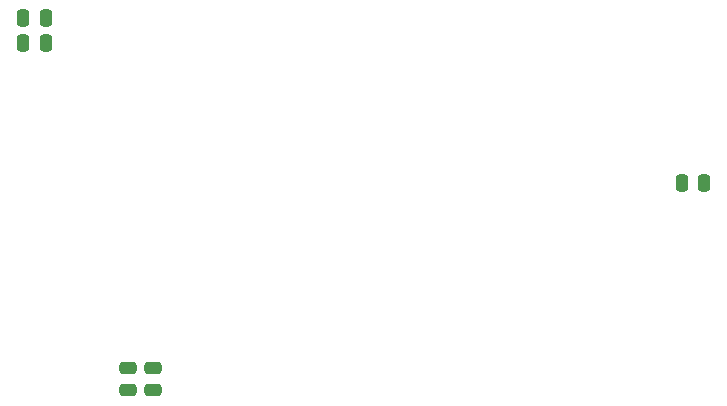
<source format=gbr>
%TF.GenerationSoftware,KiCad,Pcbnew,7.0.5*%
%TF.CreationDate,2024-02-27T08:06:29+01:00*%
%TF.ProjectId,Zeitmessung,5a656974-6d65-4737-9375-6e672e6b6963,rev?*%
%TF.SameCoordinates,Original*%
%TF.FileFunction,Paste,Top*%
%TF.FilePolarity,Positive*%
%FSLAX46Y46*%
G04 Gerber Fmt 4.6, Leading zero omitted, Abs format (unit mm)*
G04 Created by KiCad (PCBNEW 7.0.5) date 2024-02-27 08:06:29*
%MOMM*%
%LPD*%
G01*
G04 APERTURE LIST*
G04 Aperture macros list*
%AMRoundRect*
0 Rectangle with rounded corners*
0 $1 Rounding radius*
0 $2 $3 $4 $5 $6 $7 $8 $9 X,Y pos of 4 corners*
0 Add a 4 corners polygon primitive as box body*
4,1,4,$2,$3,$4,$5,$6,$7,$8,$9,$2,$3,0*
0 Add four circle primitives for the rounded corners*
1,1,$1+$1,$2,$3*
1,1,$1+$1,$4,$5*
1,1,$1+$1,$6,$7*
1,1,$1+$1,$8,$9*
0 Add four rect primitives between the rounded corners*
20,1,$1+$1,$2,$3,$4,$5,0*
20,1,$1+$1,$4,$5,$6,$7,0*
20,1,$1+$1,$6,$7,$8,$9,0*
20,1,$1+$1,$8,$9,$2,$3,0*%
G04 Aperture macros list end*
%ADD10RoundRect,0.250000X-0.250000X-0.475000X0.250000X-0.475000X0.250000X0.475000X-0.250000X0.475000X0*%
%ADD11RoundRect,0.250000X0.475000X-0.250000X0.475000X0.250000X-0.475000X0.250000X-0.475000X-0.250000X0*%
G04 APERTURE END LIST*
D10*
%TO.C,C5*%
X159950000Y-52300000D03*
X161850000Y-52300000D03*
%TD*%
%TO.C,C4*%
X104200000Y-40400000D03*
X106100000Y-40400000D03*
%TD*%
D11*
%TO.C,C1*%
X113100000Y-69850000D03*
X113100000Y-67950000D03*
%TD*%
D10*
%TO.C,C3*%
X104200000Y-38300000D03*
X106100000Y-38300000D03*
%TD*%
D11*
%TO.C,C2*%
X115200000Y-69850000D03*
X115200000Y-67950000D03*
%TD*%
M02*

</source>
